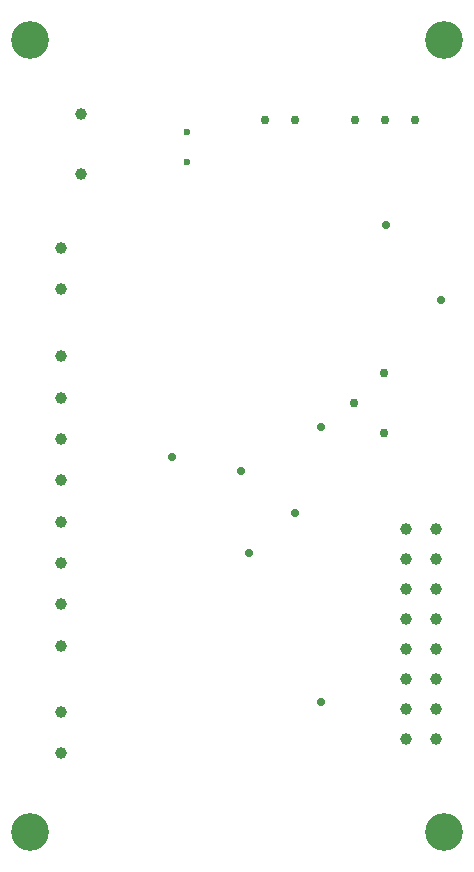
<source format=gbr>
%FSTAX23Y23*%
%MOIN*%
%SFA1B1*%

%IPPOS*%
%ADD52C,0.125984*%
%ADD53C,0.125984*%
%ADD54C,0.039370*%
%ADD55C,0.030000*%
%ADD56C,0.023622*%
%ADD57C,0.030000*%
%ADD58C,0.038583*%
%ADD59C,0.125984*%
%ADD60C,0.125984*%
%ADD61C,0.027559*%
%LN+-10v_stepdir_colorlight_pth_drill-1*%
%LPD*%
G54D52*
X01515Y00118D03*
G54D53*
X00137Y00118D03*
G54D54*
X0024Y0074D03*
Y00878D03*
Y01016D03*
Y01153D03*
Y01291D03*
Y01429D03*
Y01567D03*
Y01705D03*
Y02067D03*
Y01929D03*
Y00519D03*
Y00381D03*
X00305Y02314D03*
Y02514D03*
G54D55*
X0132Y02494D03*
X0142D03*
X0122D03*
X0102D03*
X0092D03*
G54D56*
X0066Y02354D03*
Y02454D03*
G54D57*
X01315Y01449D03*
X01215Y01549D03*
X01315Y01649D03*
G54D58*
X0139Y01129D03*
X0149D03*
X0139Y01029D03*
X0149D03*
X0139Y00929D03*
X0149D03*
X0139Y00829D03*
X0149D03*
X0139Y00729D03*
X0149D03*
X0139Y00629D03*
X0149D03*
X0139Y00529D03*
X0149D03*
X0139Y00429D03*
X0149D03*
G54D59*
X01515Y0276D03*
G54D60*
X00137Y0276D03*
G54D61*
X0102Y01184D03*
X01105Y01469D03*
X01107Y00554D03*
X00865Y01049D03*
X0061Y01369D03*
X01505Y01894D03*
X01323Y02143D03*
X0084Y01324D03*
M02*
</source>
